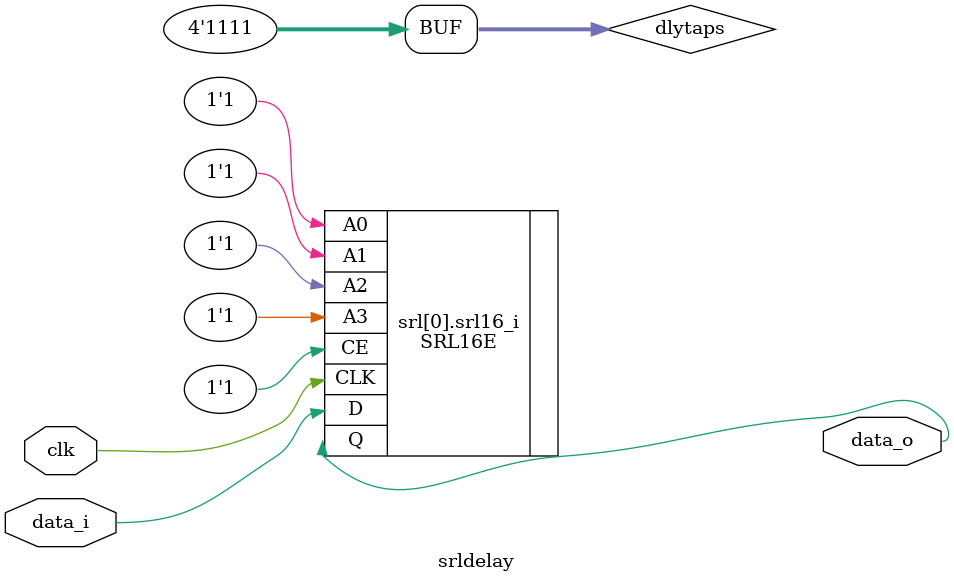
<source format=v>

module srldelay # (
  parameter WIDTH = 1,       //data width
  parameter TAPS  = 4'b1111  //delay taps
)(
  input  wire                 clk,
  input  wire [(WIDTH - 1):0] data_i,
  output wire [(WIDTH - 1):0] data_o
);

  wire [3:0] dlytaps = TAPS;

  genvar i;
  generate
    for (i=0; i < WIDTH; i = i + 1) begin : srl
      SRL16E # (
        .INIT(16'h0)
      ) srl16_i  (
        .Q   (data_o[i]),
        .A0  (dlytaps[0]),
        .A1  (dlytaps[1]),
        .A2  (dlytaps[2]),
        .A3  (dlytaps[3]),
        .CE  (1'b1),
        .CLK (clk),
        .D   (data_i[i])
      );
    end
  endgenerate

endmodule

</source>
